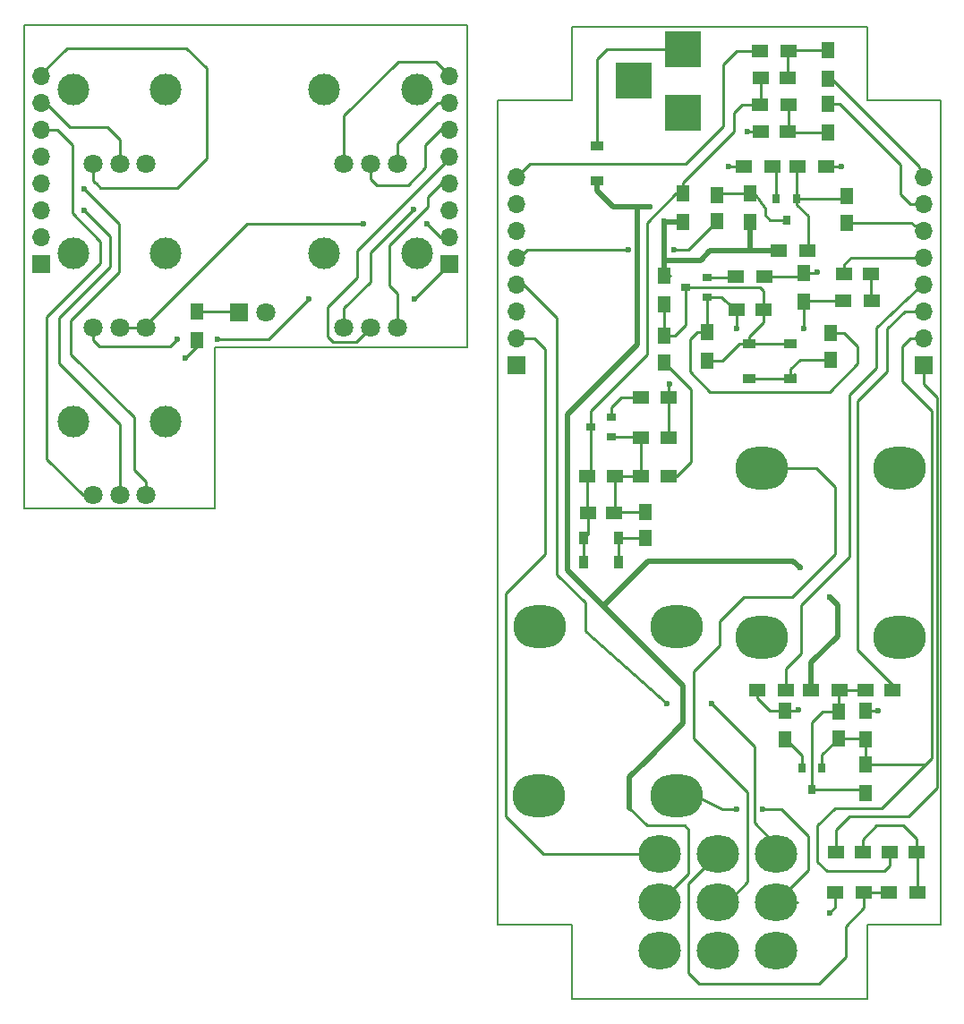
<source format=gbr>
G04 #@! TF.FileFunction,Copper,L1,Top,Signal*
%FSLAX46Y46*%
G04 Gerber Fmt 4.6, Leading zero omitted, Abs format (unit mm)*
G04 Created by KiCad (PCBNEW 4.0.7) date 02/11/18 17:32:34*
%MOMM*%
%LPD*%
G01*
G04 APERTURE LIST*
%ADD10C,0.100000*%
%ADD11C,0.150000*%
%ADD12C,1.800000*%
%ADD13C,3.000000*%
%ADD14O,5.000000X4.000000*%
%ADD15O,4.000000X3.500000*%
%ADD16R,1.700000X1.700000*%
%ADD17O,1.700000X1.700000*%
%ADD18R,1.500000X1.250000*%
%ADD19R,1.250000X1.500000*%
%ADD20R,1.200000X0.900000*%
%ADD21R,0.900000X1.200000*%
%ADD22R,1.800000X1.800000*%
%ADD23R,0.800000X0.900000*%
%ADD24R,0.900000X0.800000*%
%ADD25R,1.500000X1.300000*%
%ADD26R,1.300000X1.500000*%
%ADD27R,3.500000X3.500000*%
%ADD28C,0.600000*%
%ADD29C,0.250000*%
%ADD30C,0.500000*%
G04 APERTURE END LIST*
D10*
D11*
X80772000Y-105791000D02*
X38862000Y-105791000D01*
X80772000Y-136271000D02*
X80772000Y-105791000D01*
X56896000Y-136271000D02*
X56896000Y-151511000D01*
X56896000Y-136271000D02*
X80772000Y-136271000D01*
X38862000Y-151511000D02*
X38862000Y-105791000D01*
X56896000Y-151511000D02*
X38862000Y-151511000D01*
X125603000Y-190881000D02*
X125603000Y-112903000D01*
X90678000Y-197866000D02*
X118618000Y-197866000D01*
X90678000Y-190881000D02*
X83693000Y-190881000D01*
X83693000Y-112903000D02*
X83693000Y-190881000D01*
X118618000Y-105918000D02*
X90678000Y-105918000D01*
X90678000Y-112903000D02*
X83693000Y-112903000D01*
X90678000Y-105918000D02*
X90678000Y-112903000D01*
X118618000Y-112903000D02*
X125603000Y-112903000D01*
X118618000Y-105918000D02*
X118618000Y-112903000D01*
X118618000Y-190881000D02*
X118618000Y-197866000D01*
X125603000Y-190881000D02*
X118618000Y-190881000D01*
X90678000Y-190881000D02*
X90678000Y-197866000D01*
D12*
X45419000Y-150241000D03*
X47919000Y-150241000D03*
X50419000Y-150241000D03*
D13*
X43519000Y-143241000D03*
X52319000Y-143241000D03*
D14*
X108689000Y-163702000D03*
X108689000Y-147702000D03*
X121689000Y-147702000D03*
X121666000Y-163702000D03*
D15*
X99021000Y-184122000D03*
X104521000Y-184122000D03*
X110021000Y-184122000D03*
X99021000Y-188722000D03*
X104521000Y-188722000D03*
X110021000Y-188722000D03*
X99021000Y-193322000D03*
X104521000Y-193322000D03*
X110021000Y-193322000D03*
D12*
X69168000Y-134366000D03*
X71668000Y-134366000D03*
X74168000Y-134366000D03*
D13*
X67268000Y-127366000D03*
X76068000Y-127366000D03*
D12*
X69168000Y-118872000D03*
X71668000Y-118872000D03*
X74168000Y-118872000D03*
D13*
X67268000Y-111872000D03*
X76068000Y-111872000D03*
D16*
X40513000Y-128397000D03*
D17*
X40513000Y-125857000D03*
X40513000Y-123317000D03*
X40513000Y-120777000D03*
X40513000Y-118237000D03*
X40513000Y-115697000D03*
X40513000Y-113157000D03*
X40513000Y-110617000D03*
D16*
X123952000Y-137922000D03*
D17*
X123952000Y-135382000D03*
X123952000Y-132842000D03*
X123952000Y-130302000D03*
X123952000Y-127762000D03*
X123952000Y-125222000D03*
X123952000Y-122682000D03*
X123952000Y-120142000D03*
D16*
X85471000Y-137922000D03*
D17*
X85471000Y-135382000D03*
X85471000Y-132842000D03*
X85471000Y-130302000D03*
X85471000Y-127762000D03*
X85471000Y-125222000D03*
X85471000Y-122682000D03*
X85471000Y-120142000D03*
D14*
X100607000Y-162688000D03*
X100607000Y-178688000D03*
X87607000Y-178688000D03*
X87630000Y-162688000D03*
D18*
X118217000Y-184023000D03*
X115717000Y-184023000D03*
X123297000Y-184023000D03*
X120797000Y-184023000D03*
D19*
X115951000Y-170708000D03*
X115951000Y-173208000D03*
D18*
X121011000Y-168656000D03*
X118511000Y-168656000D03*
X116479000Y-129286000D03*
X118979000Y-129286000D03*
D19*
X115189000Y-137394000D03*
X115189000Y-134894000D03*
D18*
X108819000Y-132715000D03*
X106319000Y-132715000D03*
D19*
X99441000Y-135148000D03*
X99441000Y-137648000D03*
X97663000Y-154285000D03*
X97663000Y-151785000D03*
D18*
X92222000Y-151892000D03*
X94722000Y-151892000D03*
X108605000Y-110744000D03*
X111105000Y-110744000D03*
X111105000Y-115824000D03*
X108605000Y-115824000D03*
D19*
X116713000Y-121940000D03*
X116713000Y-124440000D03*
X104394000Y-121813000D03*
X104394000Y-124313000D03*
D20*
X93091000Y-120522000D03*
X93091000Y-117222000D03*
X107442000Y-135891000D03*
X107442000Y-139191000D03*
X111379000Y-139191000D03*
X111379000Y-135891000D03*
D21*
X91822000Y-156591000D03*
X95122000Y-156591000D03*
X95122000Y-154305000D03*
X91822000Y-154305000D03*
D22*
X59182000Y-132969000D03*
D12*
X61722000Y-132969000D03*
X45419000Y-134366000D03*
X47919000Y-134366000D03*
X50419000Y-134366000D03*
D13*
X43519000Y-127366000D03*
X52319000Y-127366000D03*
D16*
X79121000Y-128397000D03*
D17*
X79121000Y-125857000D03*
X79121000Y-123317000D03*
X79121000Y-120777000D03*
X79121000Y-118237000D03*
X79121000Y-115697000D03*
X79121000Y-113157000D03*
X79121000Y-110617000D03*
D12*
X45419000Y-118872000D03*
X47919000Y-118872000D03*
X50419000Y-118872000D03*
D13*
X43519000Y-111872000D03*
X52319000Y-111872000D03*
D23*
X114361000Y-176038000D03*
X112461000Y-176038000D03*
X113411000Y-178038000D03*
D24*
X103489000Y-131506000D03*
X103489000Y-129606000D03*
X101489000Y-130556000D03*
X94472000Y-144714000D03*
X94472000Y-142814000D03*
X92472000Y-143764000D03*
D23*
X111948000Y-122190000D03*
X110048000Y-122190000D03*
X110998000Y-124190000D03*
D25*
X118317000Y-187833000D03*
X115617000Y-187833000D03*
X123397000Y-187833000D03*
X120697000Y-187833000D03*
D26*
X118491000Y-170608000D03*
X118491000Y-173308000D03*
X118491000Y-178388000D03*
X118491000Y-175688000D03*
D25*
X116031000Y-168656000D03*
X113331000Y-168656000D03*
D26*
X110871000Y-170608000D03*
X110871000Y-173308000D03*
D25*
X110951000Y-168656000D03*
X108251000Y-168656000D03*
X119079000Y-131826000D03*
X116379000Y-131826000D03*
D26*
X112649000Y-131906000D03*
X112649000Y-129206000D03*
X103505000Y-137494000D03*
X103505000Y-134794000D03*
X99441000Y-129460000D03*
X99441000Y-132160000D03*
D25*
X106219000Y-129540000D03*
X108919000Y-129540000D03*
X99902000Y-148463000D03*
X97202000Y-148463000D03*
X97202000Y-144780000D03*
X99902000Y-144780000D03*
X92122000Y-148463000D03*
X94822000Y-148463000D03*
D26*
X101219000Y-124413000D03*
X101219000Y-121713000D03*
D25*
X97202000Y-140970000D03*
X99902000Y-140970000D03*
X108505000Y-108204000D03*
X111205000Y-108204000D03*
X111205000Y-113284000D03*
X108505000Y-113284000D03*
D26*
X114935000Y-113204000D03*
X114935000Y-115904000D03*
X114935000Y-110824000D03*
X114935000Y-108124000D03*
D25*
X110283000Y-127127000D03*
X112983000Y-127127000D03*
X112061000Y-119126000D03*
X114761000Y-119126000D03*
D26*
X107569000Y-124413000D03*
X107569000Y-121713000D03*
D25*
X109681000Y-119126000D03*
X106981000Y-119126000D03*
D26*
X55245000Y-132889000D03*
X55245000Y-135589000D03*
D27*
X101219000Y-114046000D03*
X101219000Y-108046000D03*
X96519000Y-111046000D03*
D28*
X119714000Y-170608000D03*
X99949000Y-139700000D03*
X113919000Y-129159000D03*
X105537000Y-119126000D03*
X116205000Y-119126000D03*
X107315000Y-115824000D03*
X112141000Y-170561000D03*
X115062000Y-189738000D03*
X112268000Y-157099000D03*
X115062000Y-159893000D03*
X99441000Y-124333000D03*
X98044000Y-122936000D03*
X108712000Y-179959000D03*
X106299000Y-179959000D03*
X96012000Y-127000000D03*
X100330000Y-127000000D03*
X103886000Y-169926000D03*
X99695000Y-169926000D03*
X75692000Y-123190000D03*
X54102000Y-137287000D03*
X44577000Y-123317000D03*
X106299000Y-134493000D03*
X112649000Y-134493000D03*
X53340000Y-135509000D03*
X57150000Y-135509000D03*
X65786000Y-131699000D03*
X75819000Y-131699000D03*
X76962000Y-124587000D03*
X70993000Y-124587000D03*
X44577000Y-121285000D03*
D29*
X123297000Y-184023000D02*
X123297000Y-182733000D01*
X118217000Y-182773000D02*
X118217000Y-184023000D01*
X119507000Y-181483000D02*
X118217000Y-182773000D01*
X122047000Y-181483000D02*
X119507000Y-181483000D01*
X123297000Y-182733000D02*
X122047000Y-181483000D01*
X123397000Y-187833000D02*
X123397000Y-184123000D01*
X123397000Y-184123000D02*
X123297000Y-184023000D01*
X118979000Y-129286000D02*
X118979000Y-131726000D01*
X118979000Y-131726000D02*
X119079000Y-131826000D01*
X111379000Y-139191000D02*
X111379000Y-138303000D01*
X112288000Y-137394000D02*
X115189000Y-137394000D01*
X111379000Y-138303000D02*
X112288000Y-137394000D01*
X111779000Y-138791000D02*
X111379000Y-139191000D01*
X111379000Y-139191000D02*
X107442000Y-139191000D01*
X108919000Y-129540000D02*
X112315000Y-129540000D01*
X112315000Y-129540000D02*
X112649000Y-129206000D01*
X118491000Y-170608000D02*
X119714000Y-170608000D01*
X110871000Y-170608000D02*
X109394000Y-170608000D01*
X108251000Y-169465000D02*
X108251000Y-168656000D01*
X109394000Y-170608000D02*
X108251000Y-169465000D01*
X99902000Y-140970000D02*
X99902000Y-139747000D01*
X99902000Y-139747000D02*
X99949000Y-139700000D01*
X112649000Y-129206000D02*
X113872000Y-129206000D01*
X113872000Y-129206000D02*
X113919000Y-129159000D01*
X112602000Y-129159000D02*
X112649000Y-129206000D01*
X106981000Y-119126000D02*
X105537000Y-119126000D01*
X114761000Y-119126000D02*
X116205000Y-119126000D01*
X108605000Y-115824000D02*
X107315000Y-115824000D01*
X110871000Y-170608000D02*
X112094000Y-170608000D01*
X112094000Y-170608000D02*
X112141000Y-170561000D01*
X115617000Y-187833000D02*
X115617000Y-189183000D01*
X115617000Y-189183000D02*
X115062000Y-189738000D01*
X108999000Y-129460000D02*
X108919000Y-129540000D01*
X99902000Y-144780000D02*
X99902000Y-140970000D01*
X111205000Y-113284000D02*
X111205000Y-115724000D01*
X111205000Y-115724000D02*
X111385000Y-115904000D01*
X111385000Y-115904000D02*
X114935000Y-115904000D01*
D30*
X107569000Y-124413000D02*
X107569000Y-127127000D01*
X107569000Y-127127000D02*
X107569000Y-127000000D01*
X107569000Y-127000000D02*
X107569000Y-127127000D01*
X110283000Y-127127000D02*
X107569000Y-127127000D01*
X107569000Y-127127000D02*
X103759000Y-127127000D01*
X99441000Y-128016000D02*
X102870000Y-128016000D01*
X103759000Y-127127000D02*
X102870000Y-128016000D01*
X94170500Y-160210500D02*
X93662500Y-160718500D01*
X93726000Y-160655000D02*
X93726000Y-160782000D01*
X93662500Y-160718500D02*
X93726000Y-160655000D01*
X90297000Y-155956000D02*
X90297000Y-157353000D01*
X90297000Y-157353000D02*
X93726000Y-160782000D01*
X93726000Y-160782000D02*
X101219000Y-168275000D01*
D29*
X97790000Y-181483000D02*
X101346000Y-181483000D01*
X96139000Y-179832000D02*
X97790000Y-181483000D01*
D30*
X96139000Y-176911000D02*
X96139000Y-179832000D01*
X97726500Y-175323500D02*
X101219000Y-171831000D01*
X101219000Y-171831000D02*
X101219000Y-168275000D01*
D29*
X101346000Y-181483000D02*
X101727000Y-181864000D01*
X101727000Y-181864000D02*
X101727000Y-186016000D01*
X101727000Y-186016000D02*
X99021000Y-188722000D01*
D30*
X97726500Y-175323500D02*
X96139000Y-176911000D01*
X115824000Y-160655000D02*
X115824000Y-163576000D01*
X94170500Y-160210500D02*
X97917000Y-156464000D01*
X111633000Y-156464000D02*
X97917000Y-156464000D01*
X112268000Y-157099000D02*
X111633000Y-156464000D01*
X115824000Y-160655000D02*
X115062000Y-159893000D01*
X113331000Y-166069000D02*
X113331000Y-168656000D01*
X115824000Y-163576000D02*
X113331000Y-166069000D01*
X90297000Y-154940000D02*
X90297000Y-155956000D01*
X96901000Y-122936000D02*
X96901000Y-136017000D01*
X90297000Y-142621000D02*
X90297000Y-154940000D01*
X96901000Y-136017000D02*
X90297000Y-142621000D01*
X98044000Y-122936000D02*
X96901000Y-122936000D01*
X96901000Y-122936000D02*
X94615000Y-122936000D01*
X94615000Y-122936000D02*
X93091000Y-121412000D01*
X93091000Y-120522000D02*
X93091000Y-121412000D01*
X99441000Y-124333000D02*
X99441000Y-128016000D01*
X99441000Y-128016000D02*
X99441000Y-129460000D01*
X101219000Y-124413000D02*
X99521000Y-124413000D01*
X99521000Y-124413000D02*
X99441000Y-124333000D01*
D29*
X99441000Y-129460000D02*
X100029000Y-129460000D01*
X99441000Y-129460000D02*
X99441000Y-129112000D01*
X107569000Y-124413000D02*
X107649000Y-124413000D01*
X108689000Y-147702000D02*
X113793000Y-147702000D01*
X115570000Y-149479000D02*
X115570000Y-150622000D01*
X113793000Y-147702000D02*
X115570000Y-149479000D01*
X102235000Y-169164000D02*
X102235000Y-166878000D01*
X105410000Y-188722000D02*
X107315000Y-186817000D01*
X102235000Y-169164000D02*
X102235000Y-173228000D01*
X102235000Y-173228000D02*
X107315000Y-178308000D01*
X107315000Y-178308000D02*
X107315000Y-186817000D01*
X115570000Y-155829000D02*
X115570000Y-150622000D01*
X115570000Y-155829000D02*
X111506000Y-159893000D01*
X102235000Y-166878000D02*
X104648000Y-164465000D01*
X104648000Y-164465000D02*
X104648000Y-162179000D01*
X104648000Y-162179000D02*
X106934000Y-159893000D01*
X106934000Y-159893000D02*
X111506000Y-159893000D01*
X104521000Y-188722000D02*
X105410000Y-188722000D01*
X104521000Y-188722000D02*
X104267000Y-188722000D01*
X100607000Y-178688000D02*
X102361000Y-178688000D01*
X102361000Y-178688000D02*
X104902000Y-179959000D01*
X113030000Y-185713000D02*
X110021000Y-188722000D01*
X113030000Y-182499000D02*
X113030000Y-185713000D01*
X110490000Y-179959000D02*
X113030000Y-182499000D01*
X108712000Y-179959000D02*
X110490000Y-179959000D01*
X104902000Y-179959000D02*
X106299000Y-179959000D01*
X112014000Y-188722000D02*
X110021000Y-188722000D01*
X110871000Y-173308000D02*
X110951000Y-173308000D01*
X110951000Y-173308000D02*
X112461000Y-174818000D01*
X112461000Y-174818000D02*
X112461000Y-176038000D01*
X103489000Y-129606000D02*
X106153000Y-129606000D01*
X106153000Y-129606000D02*
X106219000Y-129540000D01*
X97202000Y-140970000D02*
X95377000Y-140970000D01*
X94472000Y-141875000D02*
X94472000Y-142814000D01*
X95377000Y-140970000D02*
X94472000Y-141875000D01*
X97136000Y-141036000D02*
X97202000Y-140970000D01*
X110048000Y-122190000D02*
X110048000Y-119493000D01*
X110048000Y-119493000D02*
X109681000Y-119126000D01*
X104394000Y-124313000D02*
X103632000Y-125095000D01*
X86487000Y-127000000D02*
X85725000Y-127762000D01*
X96012000Y-127000000D02*
X86487000Y-127000000D01*
X101727000Y-127000000D02*
X100330000Y-127000000D01*
X103632000Y-125095000D02*
X101727000Y-127000000D01*
X85725000Y-127762000D02*
X85471000Y-127762000D01*
X116713000Y-124440000D02*
X122789000Y-124440000D01*
X122789000Y-124440000D02*
X123825000Y-125222000D01*
X119253000Y-166370000D02*
X119253000Y-166370000D01*
X121011000Y-168128000D02*
X121011000Y-168656000D01*
X119253000Y-166370000D02*
X121011000Y-168128000D01*
X117729000Y-162687000D02*
X117729000Y-164846000D01*
X117729000Y-164846000D02*
X119253000Y-166370000D01*
X121011000Y-168128000D02*
X121011000Y-168656000D01*
X123825000Y-132842000D02*
X122174000Y-132842000D01*
X117729000Y-141351000D02*
X117729000Y-162687000D01*
X120523000Y-138557000D02*
X117729000Y-141351000D01*
X120523000Y-134493000D02*
X120523000Y-138557000D01*
X122174000Y-132842000D02*
X120523000Y-134493000D01*
X121011000Y-168656000D02*
X121539000Y-168656000D01*
X116479000Y-129286000D02*
X116479000Y-128377000D01*
X117094000Y-127762000D02*
X123825000Y-127762000D01*
X116479000Y-128377000D02*
X117094000Y-127762000D01*
X123825000Y-122682000D02*
X122682000Y-122682000D01*
X115998000Y-113204000D02*
X114935000Y-113204000D01*
X121793000Y-118999000D02*
X115998000Y-113204000D01*
X121793000Y-121793000D02*
X121793000Y-118999000D01*
X122682000Y-122682000D02*
X121793000Y-121793000D01*
X114935000Y-113204000D02*
X114982000Y-113204000D01*
X123952000Y-122682000D02*
X123825000Y-122682000D01*
X114935000Y-110824000D02*
X115269000Y-110824000D01*
X123571000Y-119126000D02*
X123825000Y-120142000D01*
X115269000Y-110824000D02*
X123571000Y-119126000D01*
X85471000Y-135382000D02*
X87122000Y-135382000D01*
X87983000Y-184122000D02*
X99021000Y-184122000D01*
X84455000Y-180594000D02*
X87983000Y-184122000D01*
X84455000Y-159512000D02*
X84455000Y-180594000D01*
X88138000Y-155829000D02*
X84455000Y-159512000D01*
X88138000Y-136398000D02*
X88138000Y-155829000D01*
X87122000Y-135382000D02*
X88138000Y-136398000D01*
X110021000Y-184122000D02*
X110021000Y-183300000D01*
X110021000Y-183300000D02*
X107950000Y-181229000D01*
X107950000Y-173990000D02*
X103886000Y-169926000D01*
X107950000Y-181229000D02*
X107950000Y-173990000D01*
X85471000Y-130302000D02*
X86106000Y-130302000D01*
X86106000Y-130302000D02*
X89281000Y-133477000D01*
X89281000Y-133477000D02*
X89281000Y-157734000D01*
X89281000Y-157734000D02*
X91948000Y-160401000D01*
X91948000Y-160401000D02*
X91948000Y-163068000D01*
X91948000Y-163068000D02*
X99695000Y-169926000D01*
X110951000Y-168656000D02*
X110951000Y-166671000D01*
X112395000Y-160655000D02*
X112903000Y-160147000D01*
X112395000Y-165227000D02*
X112395000Y-160655000D01*
X110951000Y-166671000D02*
X112395000Y-165227000D01*
X119507000Y-134366000D02*
X123825000Y-130302000D01*
X119507000Y-138176000D02*
X119507000Y-134366000D01*
X116967000Y-140716000D02*
X119507000Y-138176000D01*
X116967000Y-156083000D02*
X116967000Y-140716000D01*
X112903000Y-160147000D02*
X116967000Y-156083000D01*
X99902000Y-148463000D02*
X100584000Y-148463000D01*
X100584000Y-148463000D02*
X101981000Y-147066000D01*
X101981000Y-147066000D02*
X101981000Y-145415000D01*
X101981000Y-140188000D02*
X99441000Y-137648000D01*
X101981000Y-145415000D02*
X101981000Y-140188000D01*
X94472000Y-144714000D02*
X97136000Y-144714000D01*
X97136000Y-144714000D02*
X97202000Y-144780000D01*
X97663000Y-151785000D02*
X94829000Y-151785000D01*
X94829000Y-151785000D02*
X94722000Y-151892000D01*
X97202000Y-148463000D02*
X94822000Y-148463000D01*
X97202000Y-144780000D02*
X97202000Y-148463000D01*
X94742000Y-151912000D02*
X94822000Y-151832000D01*
X94822000Y-151832000D02*
X94822000Y-148463000D01*
X111948000Y-122190000D02*
X111948000Y-119239000D01*
X111948000Y-119239000D02*
X112061000Y-119126000D01*
X111948000Y-122190000D02*
X111948000Y-122743000D01*
X113030000Y-125810000D02*
X112983000Y-127127000D01*
X113030000Y-123825000D02*
X113030000Y-125810000D01*
X111948000Y-122743000D02*
X113030000Y-123825000D01*
X111948000Y-122190000D02*
X116463000Y-122190000D01*
X116463000Y-122190000D02*
X116813000Y-121840000D01*
X93091000Y-117222000D02*
X93091000Y-108966000D01*
X94011000Y-108046000D02*
X101219000Y-108046000D01*
X93091000Y-108966000D02*
X94011000Y-108046000D01*
X93091000Y-117222000D02*
X93091000Y-116840000D01*
X55245000Y-132889000D02*
X59102000Y-132889000D01*
X59102000Y-132889000D02*
X59182000Y-132969000D01*
X69168000Y-134366000D02*
X69168000Y-132508000D01*
X71628000Y-127254000D02*
X75692000Y-123190000D01*
X71628000Y-130048000D02*
X71628000Y-127254000D01*
X69168000Y-132508000D02*
X71628000Y-130048000D01*
X79121000Y-120777000D02*
X78359000Y-120777000D01*
X78359000Y-120777000D02*
X77089000Y-122047000D01*
X77089000Y-122047000D02*
X77089000Y-122936000D01*
X77089000Y-122936000D02*
X73406000Y-126619000D01*
X73406000Y-126619000D02*
X73406000Y-130429000D01*
X73406000Y-130429000D02*
X74168000Y-131191000D01*
X74168000Y-131191000D02*
X74168000Y-134366000D01*
X79121000Y-118237000D02*
X79121000Y-118364000D01*
X79121000Y-118364000D02*
X70358000Y-127127000D01*
X70358000Y-127127000D02*
X70358000Y-129667000D01*
X70358000Y-129667000D02*
X67564000Y-132461000D01*
X67564000Y-132461000D02*
X67564000Y-135255000D01*
X67564000Y-135255000D02*
X68072000Y-135763000D01*
X68072000Y-135763000D02*
X70271000Y-135763000D01*
X70271000Y-135763000D02*
X71668000Y-134366000D01*
X71668000Y-118872000D02*
X71668000Y-120309000D01*
X78232000Y-115697000D02*
X79121000Y-115697000D01*
X76835000Y-117094000D02*
X78232000Y-115697000D01*
X76835000Y-119253000D02*
X76835000Y-117094000D01*
X75184000Y-120904000D02*
X76835000Y-119253000D01*
X72263000Y-120904000D02*
X75184000Y-120904000D01*
X71668000Y-120309000D02*
X72263000Y-120904000D01*
X55245000Y-135589000D02*
X55245000Y-136144000D01*
X55245000Y-136144000D02*
X54102000Y-137287000D01*
X47919000Y-150241000D02*
X47919000Y-143550000D01*
X46990000Y-125730000D02*
X44577000Y-123317000D01*
X46990000Y-128651000D02*
X46990000Y-125730000D01*
X42164000Y-133477000D02*
X46990000Y-128651000D01*
X42164000Y-137795000D02*
X42164000Y-133477000D01*
X47919000Y-143550000D02*
X42164000Y-137795000D01*
X45419000Y-150241000D02*
X44450000Y-150241000D01*
X42037000Y-115697000D02*
X40513000Y-115697000D01*
X43434000Y-117094000D02*
X42037000Y-115697000D01*
X43434000Y-123571000D02*
X43434000Y-117094000D01*
X46101000Y-126238000D02*
X43434000Y-123571000D01*
X46101000Y-128270000D02*
X46101000Y-126238000D01*
X41021000Y-133350000D02*
X46101000Y-128270000D01*
X41021000Y-146812000D02*
X41021000Y-133350000D01*
X44450000Y-150241000D02*
X41021000Y-146812000D01*
X123952000Y-137922000D02*
X123952000Y-139700000D01*
X123952000Y-139700000D02*
X125222000Y-140970000D01*
X116967000Y-180594000D02*
X122555000Y-180594000D01*
X125222000Y-177927000D02*
X125222000Y-140970000D01*
X122555000Y-180594000D02*
X125222000Y-177927000D01*
X115717000Y-181844000D02*
X115717000Y-184023000D01*
X116967000Y-180594000D02*
X115717000Y-181844000D01*
X124159000Y-175688000D02*
X124714000Y-175133000D01*
X122682000Y-135382000D02*
X123952000Y-135382000D01*
X121920000Y-136144000D02*
X122682000Y-135382000D01*
X121920000Y-139446000D02*
X121920000Y-136144000D01*
X124714000Y-142240000D02*
X121920000Y-139446000D01*
X124714000Y-175133000D02*
X124714000Y-142240000D01*
X118491000Y-175688000D02*
X124159000Y-175688000D01*
X124159000Y-175688000D02*
X124079000Y-175768000D01*
X113919000Y-181483000D02*
X115570000Y-179832000D01*
X120015000Y-179832000D02*
X115570000Y-179832000D01*
X124079000Y-175768000D02*
X120015000Y-179832000D01*
X120797000Y-184023000D02*
X120797000Y-185273000D01*
X120797000Y-185273000D02*
X120269000Y-185801000D01*
X120269000Y-185801000D02*
X114808000Y-185801000D01*
X114808000Y-185801000D02*
X113919000Y-184912000D01*
X113919000Y-184912000D02*
X113919000Y-181483000D01*
X118491000Y-175688000D02*
X118491000Y-173308000D01*
X118491000Y-173308000D02*
X118391000Y-173208000D01*
X118391000Y-173208000D02*
X115951000Y-173208000D01*
X115951000Y-173208000D02*
X114361000Y-174798000D01*
X114361000Y-174798000D02*
X114361000Y-176038000D01*
X115951000Y-170708000D02*
X115951000Y-168736000D01*
X115951000Y-168736000D02*
X116031000Y-168656000D01*
X116031000Y-168656000D02*
X118511000Y-168656000D01*
X113411000Y-178038000D02*
X113411000Y-171704000D01*
X114407000Y-170708000D02*
X115951000Y-170708000D01*
X113411000Y-171704000D02*
X114407000Y-170708000D01*
X113411000Y-178038000D02*
X118141000Y-178038000D01*
X118141000Y-178038000D02*
X118491000Y-178388000D01*
X103505000Y-134794000D02*
X103505000Y-131522000D01*
X103505000Y-131522000D02*
X103489000Y-131506000D01*
X106319000Y-132715000D02*
X105156000Y-131826000D01*
X105156000Y-131826000D02*
X104836000Y-131506000D01*
X104836000Y-131506000D02*
X103489000Y-131506000D01*
X116379000Y-131826000D02*
X112729000Y-131826000D01*
X112729000Y-131826000D02*
X112649000Y-131906000D01*
X112649000Y-131906000D02*
X112649000Y-134493000D01*
X106319000Y-134473000D02*
X106319000Y-132715000D01*
X106299000Y-134493000D02*
X106319000Y-134473000D01*
X115189000Y-134894000D02*
X116479000Y-134894000D01*
X102569000Y-134794000D02*
X103505000Y-134794000D01*
X112729000Y-131906000D02*
X112649000Y-131906000D01*
X101854000Y-135509000D02*
X102569000Y-134794000D01*
X101854000Y-138557000D02*
X101854000Y-135509000D01*
X103759000Y-140462000D02*
X101854000Y-138557000D01*
X115062000Y-140462000D02*
X103759000Y-140462000D01*
X117729000Y-137795000D02*
X115062000Y-140462000D01*
X117729000Y-136144000D02*
X117729000Y-137795000D01*
X116479000Y-134894000D02*
X117729000Y-136144000D01*
X108819000Y-132715000D02*
X108819000Y-133878000D01*
X107442000Y-135255000D02*
X107442000Y-135891000D01*
X108819000Y-133878000D02*
X107442000Y-135255000D01*
X107442000Y-135891000D02*
X106552000Y-135891000D01*
X106552000Y-135891000D02*
X104949000Y-137494000D01*
X104949000Y-137494000D02*
X103505000Y-137494000D01*
X99441000Y-132160000D02*
X99441000Y-135148000D01*
X101489000Y-130556000D02*
X108458000Y-130556000D01*
X108819000Y-130917000D02*
X108819000Y-132715000D01*
X108458000Y-130556000D02*
X108819000Y-130917000D01*
X101489000Y-130556000D02*
X101489000Y-134096000D01*
X101489000Y-134096000D02*
X100437000Y-135148000D01*
X100437000Y-135148000D02*
X99441000Y-135148000D01*
X99341000Y-132060000D02*
X99441000Y-132160000D01*
X111379000Y-135891000D02*
X107442000Y-135891000D01*
X95122000Y-154305000D02*
X97643000Y-154305000D01*
X97643000Y-154305000D02*
X97663000Y-154285000D01*
X95122000Y-156591000D02*
X95122000Y-154305000D01*
X108505000Y-113284000D02*
X106807000Y-113284000D01*
X101219000Y-120650000D02*
X101219000Y-121713000D01*
X106045000Y-115824000D02*
X101219000Y-120650000D01*
X106045000Y-114046000D02*
X106045000Y-115824000D01*
X106807000Y-113284000D02*
X106045000Y-114046000D01*
X97790000Y-136906000D02*
X92472000Y-142224000D01*
X97790000Y-124460000D02*
X97790000Y-136906000D01*
X97790000Y-124460000D02*
X100537000Y-121713000D01*
X100537000Y-121713000D02*
X101219000Y-121713000D01*
X92472000Y-143764000D02*
X92472000Y-142224000D01*
X92222000Y-151892000D02*
X92222000Y-153905000D01*
X92222000Y-153905000D02*
X91822000Y-154305000D01*
X91822000Y-154305000D02*
X91822000Y-156591000D01*
X92122000Y-148463000D02*
X92122000Y-151792000D01*
X92122000Y-151792000D02*
X91822000Y-152092000D01*
X92472000Y-143764000D02*
X92472000Y-148113000D01*
X92472000Y-148113000D02*
X92122000Y-148463000D01*
X108605000Y-110744000D02*
X108605000Y-113184000D01*
X108605000Y-113184000D02*
X108505000Y-113284000D01*
X114935000Y-108124000D02*
X111285000Y-108124000D01*
X111285000Y-108124000D02*
X111105000Y-108304000D01*
X111105000Y-108304000D02*
X111105000Y-110744000D01*
X107569000Y-121713000D02*
X107997000Y-121713000D01*
X109458000Y-124190000D02*
X110998000Y-124190000D01*
X108966000Y-123698000D02*
X109458000Y-124190000D01*
X108966000Y-123100582D02*
X108966000Y-123698000D01*
X107997000Y-121713000D02*
X108966000Y-123100582D01*
X110728000Y-124460000D02*
X110998000Y-124190000D01*
X107569000Y-121713000D02*
X104294000Y-121713000D01*
X104294000Y-121713000D02*
X104394000Y-121813000D01*
X79121000Y-128397000D02*
X75819000Y-131699000D01*
X45419000Y-135589000D02*
X45419000Y-134366000D01*
X45974000Y-136144000D02*
X45419000Y-135589000D01*
X52705000Y-136144000D02*
X45974000Y-136144000D01*
X53340000Y-135509000D02*
X52705000Y-136144000D01*
X61976000Y-135509000D02*
X57150000Y-135509000D01*
X65786000Y-131699000D02*
X61976000Y-135509000D01*
X50419000Y-134366000D02*
X50419000Y-134112000D01*
X50419000Y-134112000D02*
X59944000Y-124587000D01*
X78232000Y-125857000D02*
X79121000Y-125857000D01*
X76962000Y-124587000D02*
X78232000Y-125857000D01*
X59944000Y-124587000D02*
X70993000Y-124587000D01*
X47919000Y-134366000D02*
X50419000Y-134366000D01*
X79121000Y-113157000D02*
X77978000Y-113157000D01*
X74168000Y-116967000D02*
X74168000Y-118872000D01*
X77978000Y-113157000D02*
X74168000Y-116967000D01*
X79121000Y-110617000D02*
X79121000Y-110490000D01*
X79121000Y-110490000D02*
X77851000Y-109220000D01*
X77851000Y-109220000D02*
X74295000Y-109220000D01*
X74295000Y-109220000D02*
X69168000Y-114347000D01*
X69168000Y-114347000D02*
X69168000Y-118872000D01*
X50419000Y-150241000D02*
X50419000Y-148971000D01*
X47879000Y-124587000D02*
X44577000Y-121285000D01*
X47879000Y-129159000D02*
X47879000Y-124587000D01*
X43307000Y-133731000D02*
X47879000Y-129159000D01*
X43307000Y-136906000D02*
X43307000Y-133731000D01*
X49276000Y-142875000D02*
X43307000Y-136906000D01*
X49276000Y-147828000D02*
X49276000Y-142875000D01*
X50419000Y-148971000D02*
X49276000Y-147828000D01*
X45419000Y-120142000D02*
X45419000Y-120476000D01*
X45419000Y-120476000D02*
X45593000Y-120650000D01*
X45720000Y-120777000D02*
X45593000Y-120650000D01*
X45593000Y-120650000D02*
X45419000Y-120476000D01*
X45720000Y-120777000D02*
X46101000Y-121158000D01*
X40513000Y-110617000D02*
X40513000Y-110363000D01*
X40513000Y-110363000D02*
X42926000Y-107950000D01*
X53340000Y-121158000D02*
X46101000Y-121158000D01*
X56134000Y-118364000D02*
X53340000Y-121158000D01*
X56134000Y-109855000D02*
X56134000Y-118364000D01*
X54229000Y-107950000D02*
X56134000Y-109855000D01*
X42926000Y-107950000D02*
X54229000Y-107950000D01*
X45419000Y-120142000D02*
X45419000Y-118872000D01*
X88773000Y-118872000D02*
X86741000Y-118872000D01*
X86741000Y-118872000D02*
X85471000Y-120142000D01*
X106299000Y-108204000D02*
X108505000Y-108204000D01*
X105029000Y-109474000D02*
X106299000Y-108204000D01*
X105029000Y-115316000D02*
X105029000Y-109474000D01*
X101473000Y-118872000D02*
X105029000Y-115316000D01*
X88773000Y-118872000D02*
X101473000Y-118872000D01*
X85471000Y-120142000D02*
X85471000Y-120015000D01*
X101727000Y-189992000D02*
X101727000Y-195453000D01*
X116586000Y-193929000D02*
X116586000Y-191008000D01*
X114046000Y-196469000D02*
X116586000Y-193929000D01*
X102743000Y-196469000D02*
X114046000Y-196469000D01*
X101727000Y-195453000D02*
X102743000Y-196469000D01*
X101727000Y-186916000D02*
X104521000Y-184122000D01*
X101727000Y-189992000D02*
X101727000Y-186916000D01*
X118317000Y-187833000D02*
X118317000Y-189277000D01*
X118317000Y-189277000D02*
X116586000Y-191008000D01*
X120697000Y-187833000D02*
X118317000Y-187833000D01*
X40513000Y-113157000D02*
X40894000Y-113157000D01*
X40894000Y-113157000D02*
X43180000Y-115443000D01*
X43180000Y-115443000D02*
X46736000Y-115443000D01*
X46736000Y-115443000D02*
X47919000Y-116626000D01*
X47919000Y-116626000D02*
X47919000Y-118872000D01*
M02*

</source>
